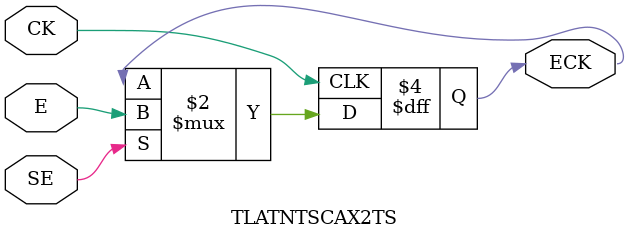
<source format=v>
module SNPS_CLOCK_GATE_HIGH_RegisterAdd_W32_0_7 ( CLK, EN, ENCLK, TE );
  input CLK, EN, TE;
  output ENCLK;

  wire E, SE, CK, ECK;

  assign E = TE;
  assign SE = EN;
  assign CK = CLK;
  assign ENCLK = EN ? ECK : 1'b0;

  TLATNTSCAX2TS latch ( .E(E), .SE(SE), .CK(CK), .ECK(ECK) );

endmodule

module TLATNTSCAX2TS ( E, SE, CK, ECK );
  input E, SE, CK;
  output reg ECK;

  always @(posedge CK) begin
    if (SE) ECK <= E;
  end
endmodule
</source>
